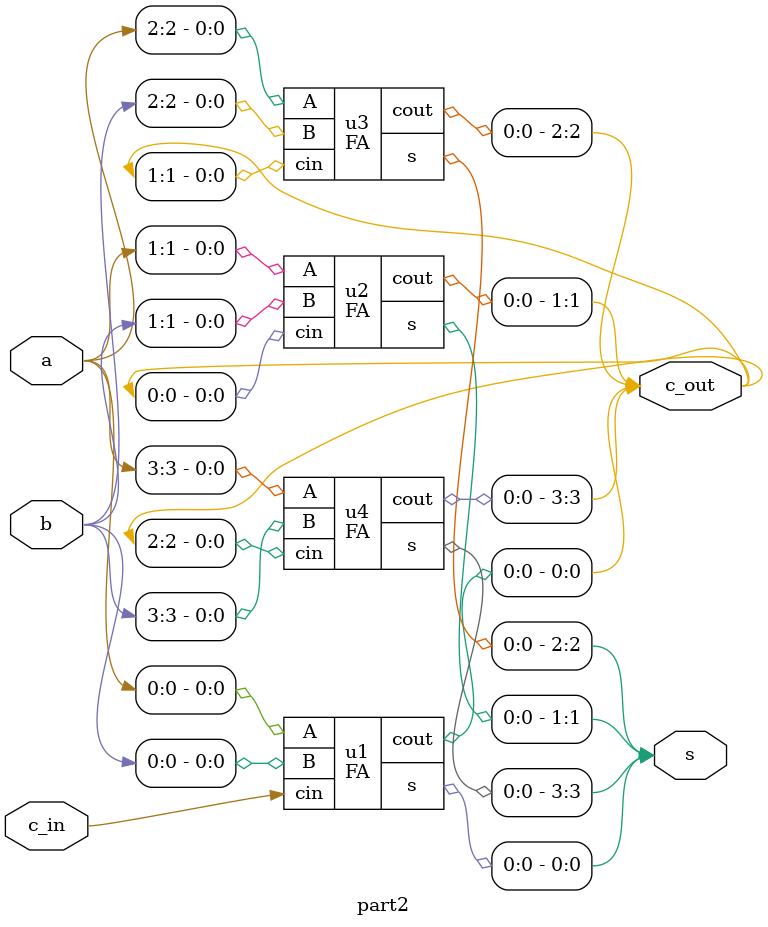
<source format=v>

module FA (A, B, cin, s, cout);
	input A, B, cin;
	output s, cout;

	assign s = cin^A^B;
	assign cout = (A & B) | (cin & A) | (cin & B);
endmodule



// 4 Bit Adder:
module part2(a, b, c_in, s, c_out);
	input [3:0] a;
	input [3:0] b;  // a and b are 4 bit Input
	input c_in;

	output [3:0] s;  // Sum
	output [3:0] c_out;  // Carry Out

	FA u1(a[0], b[0], c_in, s[0], c_out[0]);
	FA u2(a[1], b[1], c_out[0], s[1], c_out[1]);
	FA u3(a[2], b[2], c_out[1], s[2], c_out[2]);
	FA u4(a[3], b[3], c_out[2], s[3], c_out[3]);
	
endmodule
</source>
